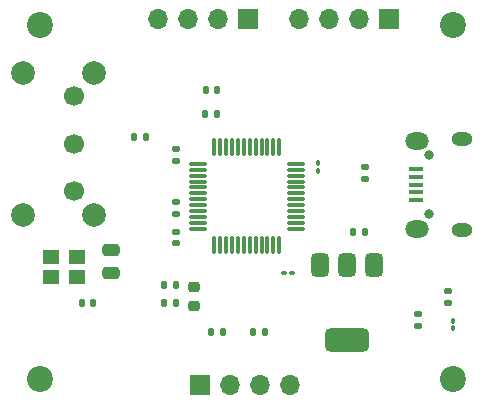
<source format=gbr>
%TF.GenerationSoftware,KiCad,Pcbnew,8.0.3*%
%TF.CreationDate,2025-07-01T21:47:02+03:00*%
%TF.ProjectId,stm,73746d2e-6b69-4636-9164-5f7063625858,rev?*%
%TF.SameCoordinates,Original*%
%TF.FileFunction,Soldermask,Top*%
%TF.FilePolarity,Negative*%
%FSLAX46Y46*%
G04 Gerber Fmt 4.6, Leading zero omitted, Abs format (unit mm)*
G04 Created by KiCad (PCBNEW 8.0.3) date 2025-07-01 21:47:02*
%MOMM*%
%LPD*%
G01*
G04 APERTURE LIST*
G04 Aperture macros list*
%AMRoundRect*
0 Rectangle with rounded corners*
0 $1 Rounding radius*
0 $2 $3 $4 $5 $6 $7 $8 $9 X,Y pos of 4 corners*
0 Add a 4 corners polygon primitive as box body*
4,1,4,$2,$3,$4,$5,$6,$7,$8,$9,$2,$3,0*
0 Add four circle primitives for the rounded corners*
1,1,$1+$1,$2,$3*
1,1,$1+$1,$4,$5*
1,1,$1+$1,$6,$7*
1,1,$1+$1,$8,$9*
0 Add four rect primitives between the rounded corners*
20,1,$1+$1,$2,$3,$4,$5,0*
20,1,$1+$1,$4,$5,$6,$7,0*
20,1,$1+$1,$6,$7,$8,$9,0*
20,1,$1+$1,$8,$9,$2,$3,0*%
G04 Aperture macros list end*
%ADD10C,2.000000*%
%ADD11C,1.700000*%
%ADD12O,0.800000X0.800000*%
%ADD13R,1.300000X0.450000*%
%ADD14O,1.800000X1.150000*%
%ADD15O,2.000000X1.450000*%
%ADD16C,2.200000*%
%ADD17R,1.400000X1.200000*%
%ADD18RoundRect,0.375000X-0.375000X0.625000X-0.375000X-0.625000X0.375000X-0.625000X0.375000X0.625000X0*%
%ADD19RoundRect,0.500000X-1.400000X0.500000X-1.400000X-0.500000X1.400000X-0.500000X1.400000X0.500000X0*%
%ADD20RoundRect,0.075000X-0.662500X-0.075000X0.662500X-0.075000X0.662500X0.075000X-0.662500X0.075000X0*%
%ADD21RoundRect,0.075000X-0.075000X-0.662500X0.075000X-0.662500X0.075000X0.662500X-0.075000X0.662500X0*%
%ADD22RoundRect,0.135000X-0.135000X-0.185000X0.135000X-0.185000X0.135000X0.185000X-0.135000X0.185000X0*%
%ADD23RoundRect,0.135000X0.135000X0.185000X-0.135000X0.185000X-0.135000X-0.185000X0.135000X-0.185000X0*%
%ADD24RoundRect,0.135000X0.185000X-0.135000X0.185000X0.135000X-0.185000X0.135000X-0.185000X-0.135000X0*%
%ADD25RoundRect,0.135000X-0.185000X0.135000X-0.185000X-0.135000X0.185000X-0.135000X0.185000X0.135000X0*%
%ADD26R,1.700000X1.700000*%
%ADD27O,1.700000X1.700000*%
%ADD28RoundRect,0.218750X-0.256250X0.218750X-0.256250X-0.218750X0.256250X-0.218750X0.256250X0.218750X0*%
%ADD29RoundRect,0.100000X-0.100000X0.130000X-0.100000X-0.130000X0.100000X-0.130000X0.100000X0.130000X0*%
%ADD30RoundRect,0.140000X-0.140000X-0.170000X0.140000X-0.170000X0.140000X0.170000X-0.140000X0.170000X0*%
%ADD31RoundRect,0.250000X-0.475000X0.250000X-0.475000X-0.250000X0.475000X-0.250000X0.475000X0.250000X0*%
%ADD32RoundRect,0.140000X0.140000X0.170000X-0.140000X0.170000X-0.140000X-0.170000X0.140000X-0.170000X0*%
%ADD33RoundRect,0.140000X-0.170000X0.140000X-0.170000X-0.140000X0.170000X-0.140000X0.170000X0.140000X0*%
%ADD34RoundRect,0.100000X0.130000X0.100000X-0.130000X0.100000X-0.130000X-0.100000X0.130000X-0.100000X0*%
%ADD35RoundRect,0.140000X0.170000X-0.140000X0.170000X0.140000X-0.170000X0.140000X-0.170000X-0.140000X0*%
G04 APERTURE END LIST*
D10*
%TO.C,SW1*%
X99582500Y-64042500D03*
X93582500Y-64042500D03*
X99582500Y-76042500D03*
X93582500Y-76042500D03*
D11*
X97832500Y-66042500D03*
X97832500Y-70042500D03*
X97832500Y-74042500D03*
%TD*%
D12*
%TO.C,J1*%
X127945000Y-76005000D03*
X127945000Y-71005000D03*
D13*
X126845000Y-74805000D03*
X126845000Y-74155000D03*
X126845000Y-73505000D03*
X126845000Y-72855000D03*
X126845000Y-72205000D03*
D14*
X130695000Y-77380000D03*
D15*
X126895000Y-77230000D03*
X126895000Y-69780000D03*
D14*
X130695000Y-69630000D03*
%TD*%
D16*
%TO.C,H4*%
X130000000Y-60000000D03*
%TD*%
%TO.C,H3*%
X95000000Y-60000000D03*
%TD*%
%TO.C,H2*%
X130000000Y-90000000D03*
%TD*%
%TO.C,H1*%
X95000000Y-90000000D03*
%TD*%
D17*
%TO.C,Y1*%
X98100000Y-81350000D03*
X95900000Y-81350000D03*
X95900000Y-79650000D03*
X98100000Y-79650000D03*
%TD*%
D18*
%TO.C,U2*%
X123300000Y-80350000D03*
X121000000Y-80350000D03*
D19*
X121000000Y-86650000D03*
D18*
X118700000Y-80350000D03*
%TD*%
D20*
%TO.C,U1*%
X108337500Y-71750000D03*
X108337500Y-72250000D03*
X108337500Y-72750000D03*
X108337500Y-73250000D03*
X108337500Y-73750000D03*
X108337500Y-74250000D03*
X108337500Y-74750000D03*
X108337500Y-75250000D03*
X108337500Y-75750000D03*
X108337500Y-76250000D03*
X108337500Y-76750000D03*
X108337500Y-77250000D03*
D21*
X109750000Y-78662500D03*
X110250000Y-78662500D03*
X110750000Y-78662500D03*
X111250000Y-78662500D03*
X111750000Y-78662500D03*
X112250000Y-78662500D03*
X112750000Y-78662500D03*
X113250000Y-78662500D03*
X113750000Y-78662500D03*
X114250000Y-78662500D03*
X114750000Y-78662500D03*
X115250000Y-78662500D03*
D20*
X116662500Y-77250000D03*
X116662500Y-76750000D03*
X116662500Y-76250000D03*
X116662500Y-75750000D03*
X116662500Y-75250000D03*
X116662500Y-74750000D03*
X116662500Y-74250000D03*
X116662500Y-73750000D03*
X116662500Y-73250000D03*
X116662500Y-72750000D03*
X116662500Y-72250000D03*
X116662500Y-71750000D03*
D21*
X115250000Y-70337500D03*
X114750000Y-70337500D03*
X114250000Y-70337500D03*
X113750000Y-70337500D03*
X113250000Y-70337500D03*
X112750000Y-70337500D03*
X112250000Y-70337500D03*
X111750000Y-70337500D03*
X111250000Y-70337500D03*
X110750000Y-70337500D03*
X110250000Y-70337500D03*
X109750000Y-70337500D03*
%TD*%
D22*
%TO.C,R5*%
X112990000Y-86000000D03*
X114010000Y-86000000D03*
%TD*%
D23*
%TO.C,R4*%
X110510000Y-86000000D03*
X109490000Y-86000000D03*
%TD*%
D24*
%TO.C,R3*%
X122500000Y-73010000D03*
X122500000Y-71990000D03*
%TD*%
D22*
%TO.C,R2*%
X102990000Y-69500000D03*
X104010000Y-69500000D03*
%TD*%
D25*
%TO.C,R1*%
X129500000Y-82490000D03*
X129500000Y-83510000D03*
%TD*%
D26*
%TO.C,J4*%
X108500000Y-90500000D03*
D27*
X111040000Y-90500000D03*
X113580000Y-90500000D03*
X116120000Y-90500000D03*
%TD*%
D26*
%TO.C,J2*%
X112580000Y-59500000D03*
D27*
X110040000Y-59500000D03*
X107500000Y-59500000D03*
X104960000Y-59500000D03*
%TD*%
D26*
%TO.C,J3*%
X124580000Y-59500000D03*
D27*
X122040000Y-59500000D03*
X119500000Y-59500000D03*
X116960000Y-59500000D03*
%TD*%
D28*
%TO.C,FB1*%
X108000000Y-82212500D03*
X108000000Y-83787500D03*
%TD*%
D29*
%TO.C,D1*%
X130000000Y-85025000D03*
X130000000Y-85665000D03*
%TD*%
D30*
%TO.C,C13*%
X98520000Y-83500000D03*
X99480000Y-83500000D03*
%TD*%
D31*
%TO.C,C12*%
X101000000Y-79050000D03*
X101000000Y-80950000D03*
%TD*%
D32*
%TO.C,C10*%
X106480000Y-83500000D03*
X105520000Y-83500000D03*
%TD*%
%TO.C,C9*%
X106480000Y-82000000D03*
X105520000Y-82000000D03*
%TD*%
D33*
%TO.C,C8*%
X106500000Y-77520000D03*
X106500000Y-78480000D03*
%TD*%
D30*
%TO.C,C7*%
X109000000Y-67500000D03*
X109960000Y-67500000D03*
%TD*%
D29*
%TO.C,C6*%
X118500000Y-71680000D03*
X118500000Y-72320000D03*
%TD*%
D34*
%TO.C,C5*%
X116320000Y-81000000D03*
X115680000Y-81000000D03*
%TD*%
D35*
%TO.C,C4*%
X106500000Y-71480000D03*
X106500000Y-70520000D03*
%TD*%
D30*
%TO.C,C3*%
X109020000Y-65500000D03*
X109980000Y-65500000D03*
%TD*%
D35*
%TO.C,C2*%
X127000000Y-85460000D03*
X127000000Y-84500000D03*
%TD*%
D30*
%TO.C,C1*%
X121520000Y-77500000D03*
X122480000Y-77500000D03*
%TD*%
D33*
%TO.C,C11*%
X106500000Y-75020000D03*
X106500000Y-75980000D03*
%TD*%
M02*

</source>
